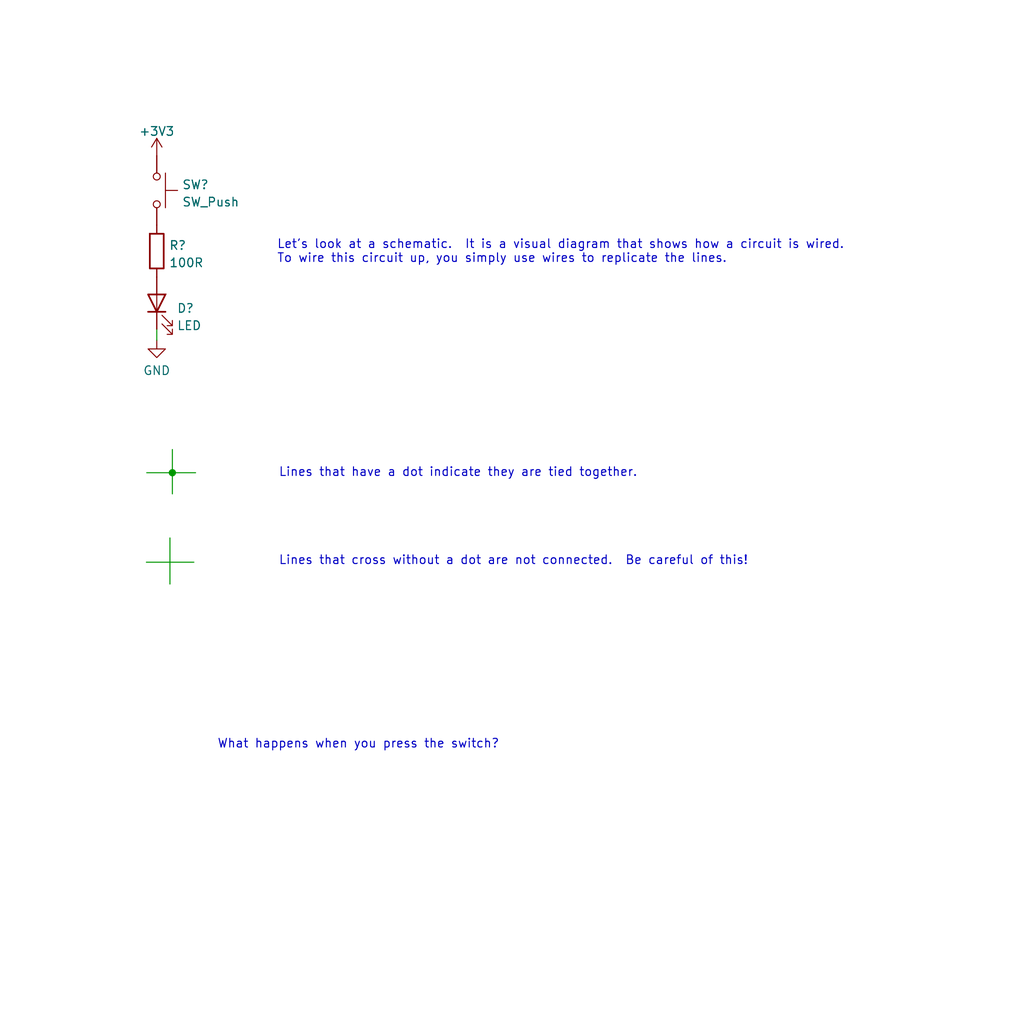
<source format=kicad_sch>
(kicad_sch (version 20211123) (generator eeschema)
  (paper "User" 150.012 150.012)
  (lib_symbols
    (symbol "Device:LED" (pin_numbers hide) (pin_names (offset 1.016) hide)
      (property "Reference" "D" (at 0 2.54 0))
      (property "Value" "LED" (at 0 -2.54 0))
      (symbol "LED_0_1"
        (polyline (pts (xy -1.27 -1.27) (xy -1.27 1.27)) (stroke (width 0.254)))
        (polyline (pts (xy -1.27 0) (xy 1.27 0)))
        (polyline (pts (xy 1.27 -1.27) (xy 1.27 1.27) (xy -1.27 0) (xy 1.27 -1.27)) (stroke (width 0.254)))
        (polyline (pts (xy -3.048 -0.762) (xy -4.572 -2.286) (xy -3.81 -2.286) (xy -4.572 -2.286) (xy -4.572 -1.524)))
        (polyline (pts (xy -1.778 -0.762) (xy -3.302 -2.286) (xy -2.54 -2.286) (xy -3.302 -2.286) (xy -3.302 -1.524)))
      )
      (symbol "LED_1_1"
        (pin passive line (at -3.81 0 0) (length 2.54) (name "K") (number "1"))
        (pin passive line (at 3.81 0 180) (length 2.54) (name "A") (number "2"))
      )
    )
    (symbol "Device:R" (pin_numbers hide) (pin_names (offset 0))
      (property "Reference" "R" (at 2.032 0 90))
      (property "Value" "R" (at 0 0 90))
      (symbol "R_0_1"
        (rectangle (start -1.016 -2.54) (end 1.016 2.54) (stroke (width 0.254)))
      )
      (symbol "R_1_1"
        (pin passive line (at 0 3.81 270) (length 1.27) (name "~") (number "1"))
        (pin passive line (at 0 -3.81 90) (length 1.27) (name "~") (number "2"))
      )
    )
    (symbol "Switch:SW_Push" (pin_numbers hide) (pin_names (offset 1.016) hide)
      (property "Reference" "SW" (at 1.27 2.54 0))
      (property "Value" "SW_Push" (at 0 -1.524 0))
      (symbol "SW_Push_0_1"
        (circle (center -2.032 0) (radius 0.508))
        (polyline (pts (xy 0 1.27) (xy 0 3.048)))
        (polyline (pts (xy 2.54 1.27) (xy -2.54 1.27)))
        (circle (center 2.032 0) (radius 0.508))
        (pin passive line (at -5.08 0 0) (length 2.54) (name "1") (number "1"))
        (pin passive line (at 5.08 0 180) (length 2.54) (name "2") (number "2"))
      )
    )
    (symbol "power:+3V3" (power) (pin_names (offset 0))
      (property "Value" "+3V3" (at 0 3.556 0))
      (symbol "+3V3_0_1"
        (polyline (pts (xy -0.762 1.27) (xy 0 2.54)))
        (polyline (pts (xy 0 0) (xy 0 2.54)))
        (polyline (pts (xy 0 2.54) (xy 0.762 1.27)))
      )
      (symbol "+3V3_1_1"
        (pin power_in line (at 0 0 90) (length 0) hide (name "+3V3") (number "1"))
      )
    )
    (symbol "power:GND" (power) (pin_names (offset 0))
      (property "Value" "GND" (at 0 -3.81 0))
      (symbol "GND_0_1"
        (polyline (pts (xy 0 0) (xy 0 -1.27) (xy 1.27 -1.27) (xy 0 -2.54) (xy -1.27 -1.27) (xy 0 -1.27)))
      )
      (symbol "GND_1_1"
        (pin power_in line (at 0 0 270) (length 0) hide (name "GND") (number "1"))
      )
    )
  )
  (junction (at 25.2476 69.2404))
  (wire (pts (xy 21.4884 69.2404) (xy 25.2476 69.2404)))
  (wire (pts (xy 22.9616 48.2092) (xy 22.9616 49.8348)))
  (wire (pts (xy 24.892 78.7908) (xy 24.892 85.5472)))
  (wire (pts (xy 25.2476 69.2404) (xy 25.2476 72.3392)))
  (wire (pts (xy 25.2476 65.8368) (xy 25.2476 69.2404)))
  (wire (pts (xy 21.4376 82.3468) (xy 28.3972 82.3468)))
  (wire (pts (xy 25.2476 69.2404) (xy 28.6512 69.2404)))
  (text "Lines that have a dot indicate they are tied together." (at 40.7924 70.0532 0) (effects (font (size 1.27 1.27)) (justify left bottom)))
  (text "Let's look at a schematic.  It is a visual diagram that shows how a circuit is wired.\nTo wire this circuit up, you simply use wires to replicate the lines." (at 40.5384 38.7096 0) (effects (font (size 1.27 1.27)) (justify left bottom)))
  (text "What happens when you press the switch?" (at 31.8008 109.8296 0) (effects (font (size 1.27 1.27)) (justify left bottom)))
  (text "Lines that cross without a dot are not connected.  Be careful of this!" (at 40.7924 82.9564 0) (effects (font (size 1.27 1.27)) (justify left bottom)))
  (symbol (lib_id "power:+3V3") (at 22.9616 22.8092 0) (unit 1)
    (property "Reference" "#PWR?" (effects hide))
    (property "Value" "+3V3" (at 22.9616 19.2334 0))
  )
  (symbol (lib_id "Device:R") (at 22.9616 36.7792 0) (unit 1)
    (property "Reference" "R?" (at 24.7396 35.9445 0) (effects (justify left)))
    (property "Value" "100R" (at 24.7396 38.4814 0) (effects (justify left)))
  )
  (symbol (lib_id "Switch:SW_Push") (at 22.9616 27.8892 270) (unit 1)
    (property "Reference" "SW?" (at 26.6446 27.0545 90) (effects (justify left)))
    (property "Value" "SW_Push" (at 26.6446 29.5914 90) (effects (justify left)))
  )
  (symbol (lib_id "Device:LED") (at 22.9616 44.3992 90) (unit 1)
    (property "Reference" "D?" (at 25.8826 45.152 90) (effects (justify right)))
    (property "Value" "LED" (at 25.8826 47.6889 90) (effects (justify right)))
  )
  (symbol (lib_id "power:GND") (at 22.9616 49.8348 0) (unit 1)
    (property "Reference" "#PWR?" (effects hide))
    (property "Value" "GND" (at 22.9616 54.2782 0))
  )
)
</source>
